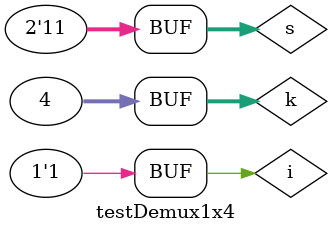
<source format=v>
module testDemux1x4();
reg i;
reg [1:0]s;
wire [3:0]y;
//demux1x4 demux1 (.i(i),.s(s),.y(y));
demux1x4_df demux2 (.i(i),.s(s),.y(y));
integer k;
initial 
begin
i = 1'b1;
//$display("\t\tinput = %b",i);
//$monitor($time," selectline = %b  - output = %b",s,y);
for(k=0;k<4;k=k+1)
begin
#10 s = k;
end
end
initial
#35 $strobe ($time," The input is '%b', select line is '%b' y3 = %b y2 = %b y1 = %b y0 = %b",i,s,y[3],y[2],y[1],y[0]);
endmodule


</source>
